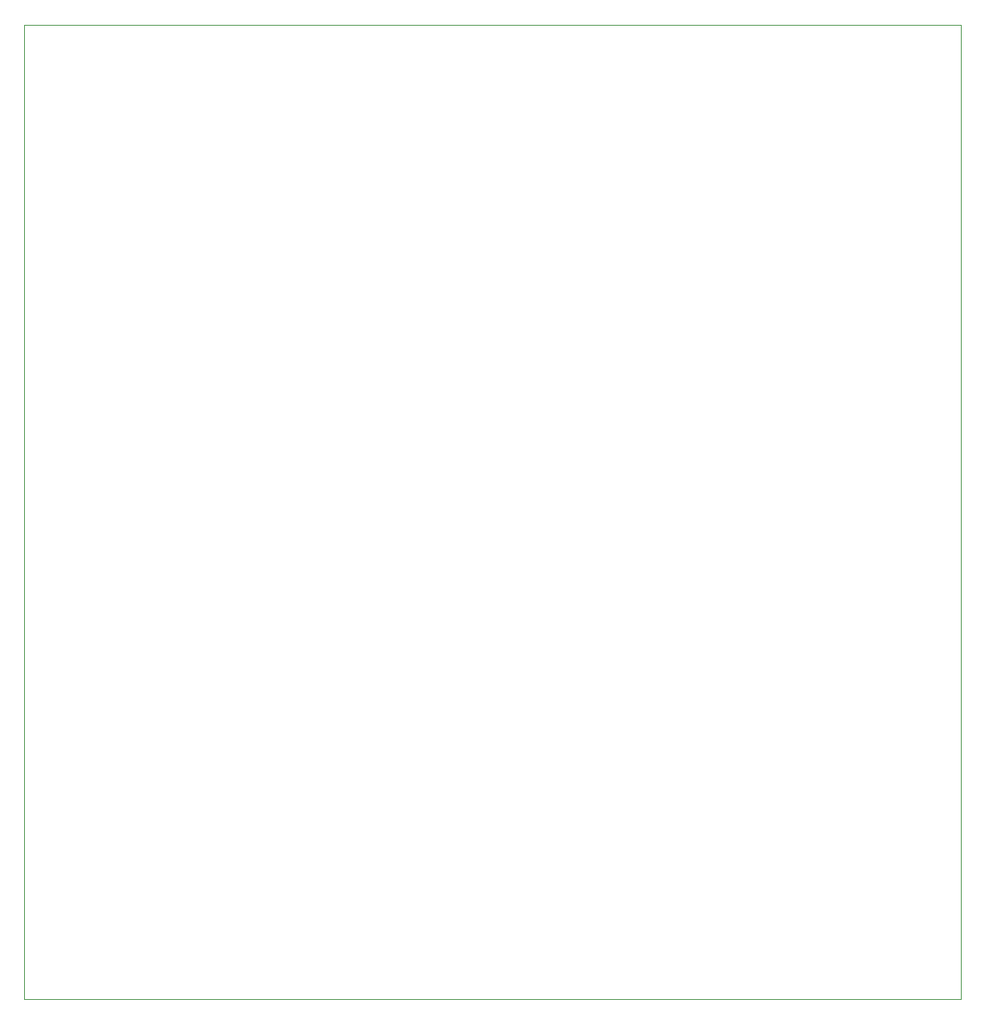
<source format=gbr>
%TF.GenerationSoftware,KiCad,Pcbnew,7.0.2*%
%TF.CreationDate,2023-05-09T10:18:56-04:00*%
%TF.ProjectId,port_alt,706f7274-5f61-46c7-942e-6b696361645f,rev?*%
%TF.SameCoordinates,Original*%
%TF.FileFunction,Profile,NP*%
%FSLAX46Y46*%
G04 Gerber Fmt 4.6, Leading zero omitted, Abs format (unit mm)*
G04 Created by KiCad (PCBNEW 7.0.2) date 2023-05-09 10:18:56*
%MOMM*%
%LPD*%
G01*
G04 APERTURE LIST*
%TA.AperFunction,Profile*%
%ADD10C,0.100000*%
%TD*%
G04 APERTURE END LIST*
D10*
X89000000Y-48000000D02*
X191000000Y-48000000D01*
X191000000Y-154000000D01*
X89000000Y-154000000D01*
X89000000Y-48000000D01*
M02*

</source>
